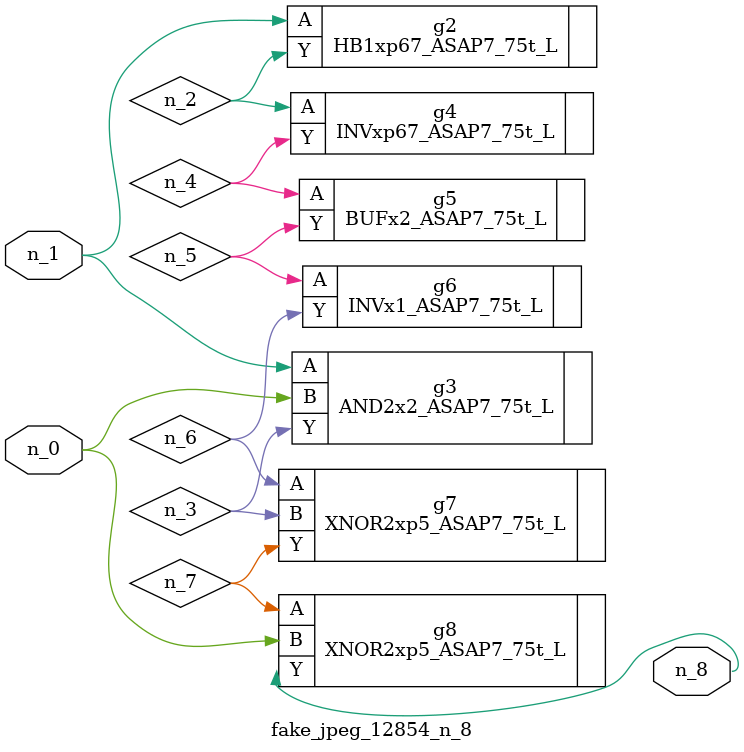
<source format=v>
module fake_jpeg_12854_n_8 (n_0, n_1, n_8);

input n_0;
input n_1;

output n_8;

wire n_2;
wire n_3;
wire n_4;
wire n_6;
wire n_5;
wire n_7;

HB1xp67_ASAP7_75t_L g2 ( 
.A(n_1),
.Y(n_2)
);

AND2x2_ASAP7_75t_L g3 ( 
.A(n_1),
.B(n_0),
.Y(n_3)
);

INVxp67_ASAP7_75t_L g4 ( 
.A(n_2),
.Y(n_4)
);

BUFx2_ASAP7_75t_L g5 ( 
.A(n_4),
.Y(n_5)
);

INVx1_ASAP7_75t_L g6 ( 
.A(n_5),
.Y(n_6)
);

XNOR2xp5_ASAP7_75t_L g7 ( 
.A(n_6),
.B(n_3),
.Y(n_7)
);

XNOR2xp5_ASAP7_75t_L g8 ( 
.A(n_7),
.B(n_0),
.Y(n_8)
);


endmodule
</source>
